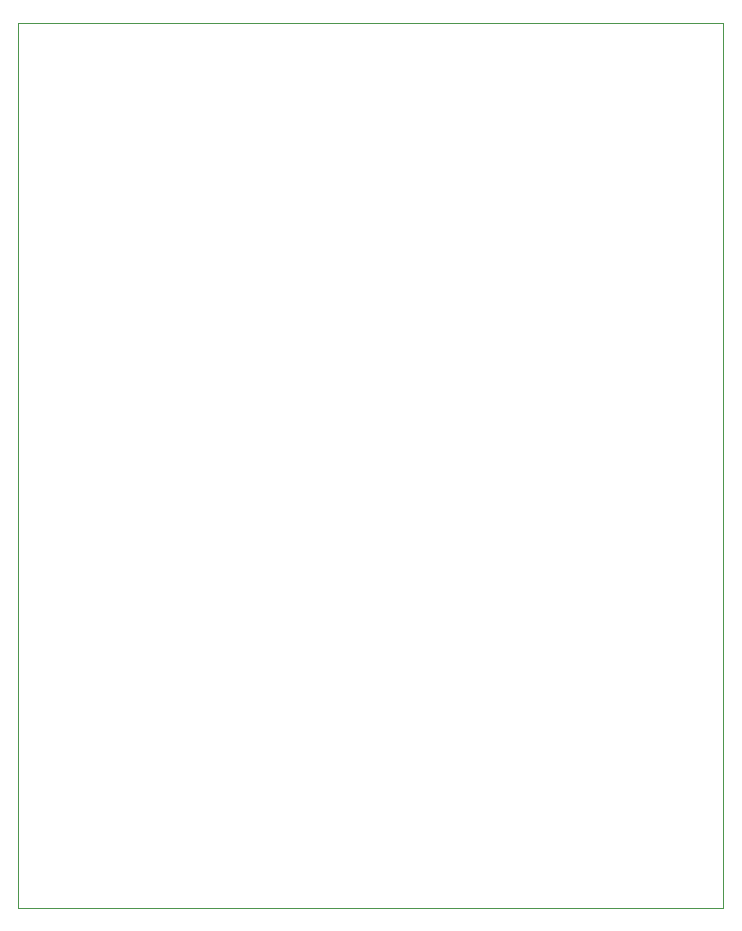
<source format=gbr>
G04 DipTrace 4.3.0.5*
G04 DemirBoard.gbr*
%MOIN*%
G04 #@! TF.FileFunction,Profile*
G04 #@! TF.Part,Single*
%ADD10C,0.004724*%
%FSLAX26Y26*%
G04*
G70*
G90*
G75*
G01*
G04 BoardOutline*
%LPD*%
X-1850000Y2250000D2*
G54D10*
Y-700000D1*
X500000D1*
Y2250000D1*
X-1850000D1*
M02*

</source>
